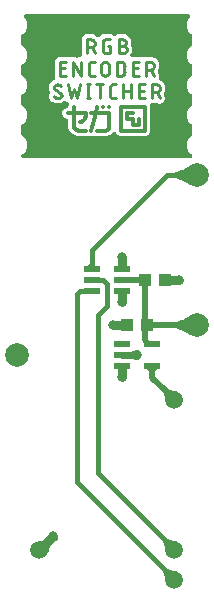
<source format=gbr>
G04 EAGLE Gerber RS-274X export*
G75*
%MOMM*%
%FSLAX34Y34*%
%LPD*%
%INTop Copper*%
%IPPOS*%
%AMOC8*
5,1,8,0,0,1.08239X$1,22.5*%
G01*
%ADD10C,0.254000*%
%ADD11C,1.500000*%
%ADD12R,1.100000X1.000000*%
%ADD13R,1.320800X0.558800*%
%ADD14C,0.508000*%
%ADD15C,0.406400*%
%ADD16C,0.800000*%
%ADD17C,0.800000*%
%ADD18C,0.560000*%
%ADD19C,0.152400*%
%ADD20C,2.000000*%
%ADD21C,0.304800*%

G36*
X147092Y369955D02*
X147092Y369955D01*
X147118Y369953D01*
X147265Y369975D01*
X147412Y369992D01*
X147437Y370000D01*
X147463Y370004D01*
X147601Y370059D01*
X147740Y370109D01*
X147762Y370123D01*
X147787Y370133D01*
X147908Y370218D01*
X148033Y370298D01*
X148051Y370317D01*
X148073Y370332D01*
X148172Y370442D01*
X148275Y370549D01*
X148289Y370571D01*
X148306Y370591D01*
X148378Y370721D01*
X148454Y370848D01*
X148462Y370873D01*
X148475Y370896D01*
X148515Y371039D01*
X148560Y371180D01*
X148562Y371206D01*
X148570Y371231D01*
X148589Y371475D01*
X148589Y372024D01*
X148581Y372100D01*
X148582Y372176D01*
X148561Y372273D01*
X148549Y372370D01*
X148524Y372442D01*
X148507Y372517D01*
X148465Y372606D01*
X148432Y372698D01*
X148390Y372763D01*
X148358Y372832D01*
X148296Y372908D01*
X148243Y372991D01*
X148188Y373044D01*
X148140Y373104D01*
X148063Y373165D01*
X147992Y373233D01*
X147927Y373273D01*
X147867Y373320D01*
X147734Y373388D01*
X147693Y373412D01*
X147675Y373418D01*
X147649Y373431D01*
X147409Y373531D01*
X144931Y376009D01*
X143589Y379247D01*
X143589Y382753D01*
X144931Y385991D01*
X147409Y388469D01*
X147649Y388569D01*
X147716Y388606D01*
X147787Y388634D01*
X147868Y388690D01*
X147954Y388738D01*
X148010Y388789D01*
X148073Y388833D01*
X148139Y388906D01*
X148212Y388972D01*
X148255Y389035D01*
X148306Y389092D01*
X148354Y389178D01*
X148410Y389259D01*
X148438Y389330D01*
X148475Y389397D01*
X148502Y389492D01*
X148538Y389583D01*
X148549Y389659D01*
X148570Y389732D01*
X148582Y389881D01*
X148589Y389928D01*
X148587Y389947D01*
X148589Y389976D01*
X148589Y397424D01*
X148581Y397500D01*
X148582Y397576D01*
X148561Y397673D01*
X148549Y397770D01*
X148524Y397842D01*
X148507Y397917D01*
X148465Y398006D01*
X148432Y398098D01*
X148390Y398163D01*
X148358Y398232D01*
X148296Y398308D01*
X148243Y398391D01*
X148188Y398444D01*
X148140Y398504D01*
X148063Y398565D01*
X147992Y398633D01*
X147927Y398673D01*
X147867Y398720D01*
X147734Y398788D01*
X147693Y398812D01*
X147675Y398818D01*
X147649Y398831D01*
X147409Y398931D01*
X144931Y401409D01*
X143589Y404647D01*
X143589Y408153D01*
X144931Y411391D01*
X147409Y413869D01*
X147649Y413969D01*
X147716Y414006D01*
X147787Y414034D01*
X147868Y414090D01*
X147954Y414138D01*
X148010Y414189D01*
X148073Y414233D01*
X148139Y414306D01*
X148212Y414372D01*
X148255Y414435D01*
X148306Y414492D01*
X148354Y414578D01*
X148410Y414659D01*
X148438Y414730D01*
X148475Y414797D01*
X148502Y414892D01*
X148538Y414983D01*
X148549Y415059D01*
X148570Y415132D01*
X148582Y415281D01*
X148589Y415328D01*
X148587Y415347D01*
X148589Y415376D01*
X148589Y422824D01*
X148581Y422900D01*
X148582Y422976D01*
X148561Y423073D01*
X148549Y423170D01*
X148524Y423242D01*
X148507Y423317D01*
X148465Y423406D01*
X148432Y423498D01*
X148390Y423563D01*
X148358Y423632D01*
X148296Y423708D01*
X148243Y423791D01*
X148188Y423844D01*
X148140Y423904D01*
X148063Y423965D01*
X147992Y424033D01*
X147927Y424073D01*
X147867Y424120D01*
X147734Y424188D01*
X147693Y424212D01*
X147675Y424218D01*
X147649Y424231D01*
X147409Y424331D01*
X144931Y426809D01*
X143589Y430047D01*
X143589Y433553D01*
X144931Y436791D01*
X147409Y439269D01*
X147649Y439369D01*
X147716Y439406D01*
X147787Y439434D01*
X147868Y439490D01*
X147954Y439538D01*
X148010Y439589D01*
X148073Y439633D01*
X148139Y439706D01*
X148212Y439772D01*
X148255Y439835D01*
X148306Y439892D01*
X148354Y439978D01*
X148410Y440059D01*
X148438Y440130D01*
X148475Y440197D01*
X148502Y440292D01*
X148538Y440383D01*
X148549Y440459D01*
X148570Y440532D01*
X148582Y440681D01*
X148589Y440728D01*
X148587Y440747D01*
X148589Y440776D01*
X148589Y448224D01*
X148581Y448300D01*
X148582Y448376D01*
X148561Y448473D01*
X148549Y448570D01*
X148524Y448642D01*
X148507Y448717D01*
X148465Y448806D01*
X148432Y448898D01*
X148390Y448963D01*
X148358Y449032D01*
X148296Y449108D01*
X148243Y449191D01*
X148188Y449244D01*
X148140Y449304D01*
X148063Y449365D01*
X147992Y449433D01*
X147927Y449473D01*
X147867Y449520D01*
X147734Y449588D01*
X147693Y449612D01*
X147675Y449618D01*
X147649Y449631D01*
X147409Y449731D01*
X144931Y452209D01*
X143589Y455447D01*
X143589Y458953D01*
X144931Y462191D01*
X147409Y464669D01*
X147649Y464769D01*
X147716Y464806D01*
X147787Y464834D01*
X147868Y464890D01*
X147954Y464938D01*
X148010Y464989D01*
X148073Y465033D01*
X148139Y465106D01*
X148212Y465172D01*
X148255Y465235D01*
X148306Y465292D01*
X148354Y465378D01*
X148410Y465459D01*
X148438Y465530D01*
X148475Y465597D01*
X148502Y465692D01*
X148538Y465783D01*
X148549Y465859D01*
X148570Y465932D01*
X148582Y466081D01*
X148589Y466128D01*
X148587Y466147D01*
X148589Y466176D01*
X148589Y473624D01*
X148581Y473700D01*
X148582Y473776D01*
X148561Y473873D01*
X148549Y473970D01*
X148524Y474042D01*
X148507Y474117D01*
X148465Y474206D01*
X148432Y474298D01*
X148390Y474363D01*
X148358Y474432D01*
X148296Y474508D01*
X148243Y474591D01*
X148188Y474644D01*
X148140Y474704D01*
X148063Y474765D01*
X147992Y474833D01*
X147927Y474873D01*
X147867Y474920D01*
X147734Y474988D01*
X147693Y475012D01*
X147675Y475018D01*
X147649Y475031D01*
X147409Y475131D01*
X144931Y477609D01*
X143589Y480847D01*
X143589Y484353D01*
X144931Y487591D01*
X146229Y488889D01*
X146291Y488968D01*
X146361Y489040D01*
X146399Y489104D01*
X146445Y489162D01*
X146488Y489253D01*
X146540Y489339D01*
X146562Y489410D01*
X146594Y489477D01*
X146615Y489575D01*
X146646Y489671D01*
X146652Y489745D01*
X146668Y489818D01*
X146666Y489918D01*
X146674Y490018D01*
X146663Y490092D01*
X146662Y490166D01*
X146637Y490263D01*
X146622Y490363D01*
X146595Y490432D01*
X146577Y490504D01*
X146531Y490593D01*
X146494Y490687D01*
X146451Y490748D01*
X146417Y490814D01*
X146352Y490890D01*
X146295Y490973D01*
X146239Y491023D01*
X146191Y491079D01*
X146110Y491139D01*
X146036Y491206D01*
X145971Y491242D01*
X145911Y491287D01*
X145819Y491326D01*
X145731Y491375D01*
X145659Y491395D01*
X145591Y491425D01*
X145492Y491442D01*
X145395Y491470D01*
X145295Y491478D01*
X145248Y491486D01*
X145212Y491484D01*
X145152Y491489D01*
X7248Y491489D01*
X7149Y491478D01*
X7048Y491476D01*
X6976Y491458D01*
X6902Y491449D01*
X6808Y491416D01*
X6710Y491391D01*
X6644Y491357D01*
X6574Y491332D01*
X6490Y491277D01*
X6400Y491231D01*
X6344Y491183D01*
X6281Y491143D01*
X6212Y491071D01*
X6135Y491006D01*
X6091Y490946D01*
X6039Y490892D01*
X5988Y490806D01*
X5928Y490725D01*
X5898Y490657D01*
X5860Y490593D01*
X5830Y490497D01*
X5790Y490405D01*
X5777Y490332D01*
X5754Y490261D01*
X5746Y490161D01*
X5728Y490062D01*
X5732Y489988D01*
X5726Y489914D01*
X5741Y489814D01*
X5746Y489714D01*
X5767Y489643D01*
X5778Y489569D01*
X5815Y489476D01*
X5843Y489379D01*
X5879Y489314D01*
X5906Y489245D01*
X5964Y489163D01*
X6013Y489075D01*
X6078Y488999D01*
X6105Y488959D01*
X6132Y488935D01*
X6171Y488889D01*
X7469Y487591D01*
X8811Y484353D01*
X8811Y480847D01*
X7469Y477609D01*
X4991Y475131D01*
X4751Y475031D01*
X4684Y474994D01*
X4613Y474966D01*
X4532Y474910D01*
X4446Y474862D01*
X4390Y474811D01*
X4327Y474767D01*
X4261Y474694D01*
X4188Y474628D01*
X4145Y474565D01*
X4094Y474508D01*
X4046Y474422D01*
X3990Y474341D01*
X3962Y474270D01*
X3925Y474203D01*
X3898Y474108D01*
X3862Y474017D01*
X3851Y473941D01*
X3830Y473868D01*
X3818Y473719D01*
X3811Y473672D01*
X3813Y473653D01*
X3811Y473624D01*
X3811Y466176D01*
X3819Y466100D01*
X3818Y466024D01*
X3839Y465927D01*
X3851Y465830D01*
X3876Y465758D01*
X3893Y465683D01*
X3935Y465594D01*
X3968Y465502D01*
X4010Y465437D01*
X4042Y465368D01*
X4104Y465292D01*
X4157Y465209D01*
X4212Y465156D01*
X4260Y465096D01*
X4337Y465035D01*
X4408Y464967D01*
X4473Y464927D01*
X4533Y464880D01*
X4666Y464812D01*
X4707Y464788D01*
X4725Y464782D01*
X4751Y464769D01*
X4991Y464669D01*
X7469Y462191D01*
X8811Y458953D01*
X8811Y455447D01*
X7469Y452209D01*
X4991Y449731D01*
X4751Y449631D01*
X4684Y449594D01*
X4613Y449566D01*
X4532Y449510D01*
X4446Y449462D01*
X4390Y449411D01*
X4327Y449367D01*
X4261Y449294D01*
X4188Y449228D01*
X4145Y449165D01*
X4094Y449108D01*
X4046Y449022D01*
X3990Y448941D01*
X3962Y448870D01*
X3925Y448803D01*
X3898Y448708D01*
X3862Y448617D01*
X3851Y448541D01*
X3830Y448468D01*
X3818Y448319D01*
X3811Y448272D01*
X3813Y448253D01*
X3811Y448224D01*
X3811Y440776D01*
X3819Y440700D01*
X3818Y440624D01*
X3839Y440527D01*
X3851Y440430D01*
X3876Y440358D01*
X3893Y440283D01*
X3935Y440194D01*
X3968Y440102D01*
X4010Y440037D01*
X4042Y439968D01*
X4104Y439892D01*
X4157Y439809D01*
X4212Y439756D01*
X4260Y439696D01*
X4337Y439635D01*
X4408Y439567D01*
X4473Y439527D01*
X4533Y439480D01*
X4666Y439412D01*
X4707Y439388D01*
X4725Y439382D01*
X4751Y439369D01*
X4991Y439269D01*
X7469Y436791D01*
X8811Y433553D01*
X8811Y430047D01*
X7469Y426809D01*
X4991Y424331D01*
X4751Y424231D01*
X4684Y424194D01*
X4613Y424166D01*
X4532Y424110D01*
X4446Y424062D01*
X4390Y424011D01*
X4327Y423967D01*
X4261Y423894D01*
X4188Y423828D01*
X4145Y423765D01*
X4094Y423708D01*
X4046Y423622D01*
X3990Y423541D01*
X3962Y423470D01*
X3925Y423403D01*
X3898Y423308D01*
X3862Y423217D01*
X3851Y423141D01*
X3830Y423068D01*
X3818Y422919D01*
X3811Y422872D01*
X3813Y422853D01*
X3811Y422824D01*
X3811Y415376D01*
X3819Y415300D01*
X3818Y415224D01*
X3839Y415127D01*
X3851Y415030D01*
X3876Y414958D01*
X3893Y414883D01*
X3935Y414794D01*
X3968Y414702D01*
X4010Y414637D01*
X4042Y414568D01*
X4104Y414492D01*
X4157Y414409D01*
X4212Y414356D01*
X4260Y414296D01*
X4337Y414235D01*
X4408Y414167D01*
X4473Y414127D01*
X4533Y414080D01*
X4666Y414012D01*
X4707Y413988D01*
X4725Y413982D01*
X4751Y413969D01*
X4991Y413869D01*
X7469Y411391D01*
X8811Y408153D01*
X8811Y404647D01*
X7469Y401409D01*
X4991Y398931D01*
X4751Y398831D01*
X4684Y398794D01*
X4613Y398766D01*
X4532Y398710D01*
X4446Y398662D01*
X4390Y398611D01*
X4327Y398567D01*
X4261Y398494D01*
X4188Y398428D01*
X4145Y398365D01*
X4094Y398308D01*
X4046Y398222D01*
X3990Y398141D01*
X3962Y398070D01*
X3925Y398003D01*
X3898Y397908D01*
X3862Y397817D01*
X3851Y397741D01*
X3830Y397668D01*
X3818Y397519D01*
X3811Y397472D01*
X3813Y397453D01*
X3811Y397424D01*
X3811Y389976D01*
X3819Y389900D01*
X3818Y389824D01*
X3839Y389727D01*
X3851Y389630D01*
X3876Y389558D01*
X3893Y389483D01*
X3935Y389394D01*
X3968Y389302D01*
X4010Y389237D01*
X4042Y389168D01*
X4104Y389092D01*
X4157Y389009D01*
X4212Y388956D01*
X4260Y388896D01*
X4337Y388835D01*
X4408Y388767D01*
X4473Y388727D01*
X4533Y388680D01*
X4666Y388612D01*
X4707Y388588D01*
X4725Y388582D01*
X4751Y388569D01*
X4991Y388469D01*
X7469Y385991D01*
X8811Y382753D01*
X8811Y379247D01*
X7469Y376009D01*
X4991Y373531D01*
X4751Y373431D01*
X4684Y373394D01*
X4613Y373366D01*
X4532Y373310D01*
X4446Y373262D01*
X4390Y373211D01*
X4327Y373167D01*
X4261Y373094D01*
X4188Y373028D01*
X4145Y372965D01*
X4094Y372908D01*
X4046Y372822D01*
X3990Y372741D01*
X3962Y372670D01*
X3925Y372603D01*
X3898Y372508D01*
X3862Y372417D01*
X3851Y372341D01*
X3830Y372268D01*
X3818Y372119D01*
X3811Y372072D01*
X3813Y372053D01*
X3811Y372024D01*
X3811Y371475D01*
X3814Y371449D01*
X3812Y371423D01*
X3834Y371276D01*
X3851Y371129D01*
X3859Y371104D01*
X3863Y371078D01*
X3918Y370940D01*
X3968Y370801D01*
X3982Y370779D01*
X3992Y370754D01*
X4077Y370633D01*
X4157Y370508D01*
X4176Y370490D01*
X4191Y370468D01*
X4301Y370369D01*
X4408Y370266D01*
X4430Y370252D01*
X4450Y370235D01*
X4580Y370163D01*
X4707Y370087D01*
X4732Y370079D01*
X4755Y370066D01*
X4898Y370026D01*
X5039Y369981D01*
X5065Y369979D01*
X5090Y369971D01*
X5334Y369952D01*
X147066Y369952D01*
X147092Y369955D01*
G37*
%LPC*%
G36*
X60875Y388655D02*
X60875Y388655D01*
X60861Y388657D01*
X60848Y388662D01*
X60688Y388680D01*
X60529Y388701D01*
X60516Y388699D01*
X60502Y388701D01*
X60342Y388682D01*
X60183Y388666D01*
X60169Y388662D01*
X60155Y388660D01*
X59923Y388585D01*
X59060Y388227D01*
X50585Y388227D01*
X46142Y390792D01*
X43577Y395235D01*
X43577Y401704D01*
X43574Y401730D01*
X43576Y401756D01*
X43554Y401903D01*
X43537Y402050D01*
X43529Y402075D01*
X43525Y402101D01*
X43470Y402239D01*
X43420Y402378D01*
X43406Y402400D01*
X43396Y402425D01*
X43311Y402546D01*
X43231Y402671D01*
X43212Y402689D01*
X43197Y402711D01*
X43087Y402810D01*
X42980Y402913D01*
X42958Y402927D01*
X42938Y402944D01*
X42808Y403016D01*
X42681Y403092D01*
X42656Y403100D01*
X42633Y403113D01*
X42490Y403153D01*
X42349Y403198D01*
X42323Y403200D01*
X42298Y403208D01*
X42285Y403209D01*
X40560Y403923D01*
X39273Y405210D01*
X38577Y406890D01*
X38577Y408710D01*
X39273Y410390D01*
X40560Y411677D01*
X42312Y412402D01*
X42400Y412413D01*
X42425Y412421D01*
X42451Y412425D01*
X42589Y412480D01*
X42728Y412530D01*
X42750Y412544D01*
X42775Y412554D01*
X42896Y412639D01*
X43021Y412719D01*
X43039Y412738D01*
X43061Y412753D01*
X43160Y412863D01*
X43263Y412970D01*
X43277Y412992D01*
X43294Y413012D01*
X43366Y413141D01*
X43442Y413269D01*
X43450Y413294D01*
X43463Y413317D01*
X43503Y413460D01*
X43548Y413601D01*
X43550Y413627D01*
X43558Y413652D01*
X43559Y413665D01*
X44014Y414765D01*
X44036Y414842D01*
X44068Y414916D01*
X44084Y415009D01*
X44110Y415100D01*
X44114Y415180D01*
X44128Y415259D01*
X44122Y415353D01*
X44127Y415448D01*
X44113Y415527D01*
X44108Y415607D01*
X44081Y415698D01*
X44064Y415791D01*
X44032Y415864D01*
X44010Y415941D01*
X43963Y416024D01*
X43925Y416110D01*
X43878Y416175D01*
X43838Y416245D01*
X43774Y416314D01*
X43718Y416390D01*
X43656Y416442D01*
X43602Y416501D01*
X43524Y416554D01*
X43452Y416615D01*
X43380Y416652D01*
X43314Y416697D01*
X43185Y416752D01*
X43141Y416774D01*
X43120Y416779D01*
X43089Y416793D01*
X42951Y416839D01*
X42874Y416991D01*
X42812Y417087D01*
X42757Y417188D01*
X42717Y417233D01*
X42684Y417283D01*
X42601Y417362D01*
X42525Y417448D01*
X42463Y417495D01*
X42432Y417524D01*
X42395Y417546D01*
X42330Y417595D01*
X41860Y417894D01*
X41852Y417898D01*
X41844Y417904D01*
X41695Y417974D01*
X41547Y418046D01*
X41538Y418048D01*
X41529Y418052D01*
X41367Y418087D01*
X41207Y418123D01*
X41197Y418123D01*
X41188Y418125D01*
X41023Y418122D01*
X40858Y418121D01*
X40849Y418119D01*
X40840Y418119D01*
X40680Y418078D01*
X40519Y418040D01*
X40511Y418035D01*
X40502Y418033D01*
X40281Y417928D01*
X37052Y416064D01*
X37035Y416051D01*
X33217Y416051D01*
X29597Y417560D01*
X28216Y418952D01*
X26957Y420222D01*
X26971Y423800D01*
X27734Y424556D01*
X27735Y424557D01*
X27736Y424557D01*
X27839Y424687D01*
X27952Y424828D01*
X27952Y424829D01*
X27953Y424830D01*
X28025Y424982D01*
X28102Y425142D01*
X28102Y425144D01*
X28103Y425145D01*
X28141Y425321D01*
X28177Y425483D01*
X28177Y425484D01*
X28177Y425485D01*
X28175Y425658D01*
X28172Y425831D01*
X28172Y425832D01*
X28172Y425834D01*
X28130Y426004D01*
X28089Y426170D01*
X28088Y426171D01*
X28088Y426172D01*
X27984Y426393D01*
X27312Y427569D01*
X27288Y427601D01*
X27288Y431314D01*
X27301Y431333D01*
X29141Y434520D01*
X31343Y435791D01*
X31465Y435881D01*
X31589Y435967D01*
X31604Y435985D01*
X31623Y435999D01*
X31721Y436114D01*
X31822Y436226D01*
X31833Y436247D01*
X31849Y436265D01*
X31917Y436399D01*
X31991Y436531D01*
X31997Y436554D01*
X32008Y436575D01*
X32044Y436721D01*
X32085Y436866D01*
X32088Y436895D01*
X32092Y436913D01*
X32093Y436960D01*
X32105Y437110D01*
X32105Y452893D01*
X34635Y455423D01*
X43405Y455423D01*
X43470Y455358D01*
X43490Y455342D01*
X43508Y455322D01*
X43627Y455234D01*
X43743Y455142D01*
X43767Y455130D01*
X43788Y455115D01*
X43924Y455056D01*
X44058Y454993D01*
X44084Y454987D01*
X44108Y454977D01*
X44254Y454950D01*
X44399Y454919D01*
X44425Y454920D01*
X44451Y454915D01*
X44599Y454923D01*
X44747Y454925D01*
X44773Y454932D01*
X44799Y454933D01*
X44941Y454974D01*
X45085Y455010D01*
X45109Y455022D01*
X45134Y455030D01*
X45263Y455102D01*
X45395Y455170D01*
X45415Y455187D01*
X45438Y455200D01*
X45624Y455358D01*
X45689Y455423D01*
X45964Y455423D01*
X46053Y455433D01*
X46142Y455433D01*
X46225Y455453D01*
X46310Y455463D01*
X46394Y455493D01*
X46481Y455513D01*
X46591Y455563D01*
X46638Y455580D01*
X46662Y455595D01*
X46704Y455614D01*
X46944Y455748D01*
X47877Y455481D01*
X47966Y455467D01*
X48052Y455442D01*
X48172Y455433D01*
X48221Y455425D01*
X48250Y455426D01*
X48296Y455423D01*
X49266Y455423D01*
X49461Y455228D01*
X49531Y455173D01*
X49594Y455110D01*
X49667Y455065D01*
X49734Y455012D01*
X49815Y454974D01*
X49890Y454927D01*
X50004Y454884D01*
X50049Y454863D01*
X50077Y454857D01*
X50119Y454841D01*
X50407Y454758D01*
X50568Y454732D01*
X50730Y454703D01*
X50741Y454703D01*
X50751Y454702D01*
X50914Y454712D01*
X51078Y454721D01*
X51088Y454724D01*
X51099Y454724D01*
X51256Y454772D01*
X51413Y454817D01*
X51422Y454823D01*
X51432Y454826D01*
X51574Y454908D01*
X51717Y454987D01*
X51727Y454996D01*
X51734Y455000D01*
X51758Y455022D01*
X51903Y455146D01*
X52180Y455423D01*
X53584Y455423D01*
X53610Y455426D01*
X53636Y455424D01*
X53783Y455446D01*
X53930Y455463D01*
X53955Y455471D01*
X53981Y455475D01*
X54119Y455530D01*
X54258Y455580D01*
X54281Y455594D01*
X54305Y455604D01*
X54426Y455689D01*
X54551Y455769D01*
X54570Y455788D01*
X54591Y455803D01*
X54690Y455913D01*
X54793Y456020D01*
X54807Y456042D01*
X54825Y456062D01*
X54896Y456192D01*
X54972Y456319D01*
X54980Y456344D01*
X54993Y456367D01*
X55033Y456510D01*
X55079Y456651D01*
X55081Y456677D01*
X55088Y456702D01*
X55107Y456946D01*
X55107Y471943D01*
X57637Y474473D01*
X64699Y474473D01*
X68220Y472440D01*
X68358Y472380D01*
X68495Y472315D01*
X68518Y472310D01*
X68540Y472301D01*
X68688Y472274D01*
X68836Y472242D01*
X68860Y472243D01*
X68883Y472239D01*
X69033Y472246D01*
X69185Y472249D01*
X69207Y472255D01*
X69231Y472256D01*
X69376Y472298D01*
X69522Y472335D01*
X69548Y472347D01*
X69566Y472352D01*
X69607Y472375D01*
X69743Y472440D01*
X73243Y474460D01*
X73260Y474473D01*
X75362Y474473D01*
X77537Y474473D01*
X80801Y474473D01*
X81670Y473603D01*
X81691Y473587D01*
X81708Y473567D01*
X81828Y473479D01*
X81943Y473387D01*
X81967Y473376D01*
X81988Y473360D01*
X82124Y473301D01*
X82259Y473238D01*
X82284Y473232D01*
X82308Y473222D01*
X82454Y473196D01*
X82599Y473165D01*
X82625Y473165D01*
X82651Y473160D01*
X82800Y473168D01*
X82948Y473171D01*
X82973Y473177D01*
X82999Y473178D01*
X83142Y473219D01*
X83286Y473256D01*
X83309Y473268D01*
X83334Y473275D01*
X83464Y473347D01*
X83596Y473415D01*
X83616Y473432D01*
X83638Y473445D01*
X83825Y473603D01*
X84694Y474473D01*
X91585Y474473D01*
X91603Y474460D01*
X94791Y472620D01*
X96643Y469410D01*
X96643Y465404D01*
X96641Y465389D01*
X96643Y465329D01*
X96643Y465296D01*
X96646Y465274D01*
X96648Y465236D01*
X96651Y465083D01*
X96656Y465062D01*
X96657Y465041D01*
X96699Y464893D01*
X96736Y464745D01*
X96747Y464722D01*
X96752Y464705D01*
X96774Y464665D01*
X96841Y464524D01*
X97293Y463742D01*
X97293Y459689D01*
X96149Y457708D01*
X96119Y457638D01*
X96080Y457573D01*
X96050Y457479D01*
X96010Y457388D01*
X95997Y457313D01*
X95974Y457241D01*
X95966Y457142D01*
X95948Y457045D01*
X95952Y456969D01*
X95946Y456894D01*
X95960Y456796D01*
X95965Y456697D01*
X95986Y456624D01*
X95997Y456549D01*
X96034Y456457D01*
X96061Y456362D01*
X96098Y456296D01*
X96126Y456225D01*
X96183Y456144D01*
X96231Y456057D01*
X96282Y456001D01*
X96325Y455939D01*
X96398Y455873D01*
X96465Y455799D01*
X96528Y455756D01*
X96584Y455706D01*
X96670Y455658D01*
X96752Y455601D01*
X96822Y455574D01*
X96889Y455537D01*
X96984Y455510D01*
X97076Y455474D01*
X97151Y455463D01*
X97224Y455442D01*
X97375Y455430D01*
X97421Y455423D01*
X97440Y455425D01*
X97468Y455423D01*
X105280Y455423D01*
X105411Y455292D01*
X105431Y455275D01*
X105449Y455255D01*
X105568Y455167D01*
X105684Y455075D01*
X105708Y455064D01*
X105729Y455048D01*
X105865Y454990D01*
X105999Y454926D01*
X106025Y454921D01*
X106049Y454910D01*
X106195Y454884D01*
X106340Y454853D01*
X106366Y454853D01*
X106392Y454848D01*
X106540Y454856D01*
X106688Y454859D01*
X106714Y454865D01*
X106740Y454866D01*
X106883Y454908D01*
X107026Y454944D01*
X107050Y454956D01*
X107075Y454963D01*
X107204Y455035D01*
X107336Y455103D01*
X107356Y455120D01*
X107379Y455133D01*
X107565Y455292D01*
X107696Y455423D01*
X114758Y455423D01*
X118268Y453396D01*
X120295Y449885D01*
X120295Y445832D01*
X119260Y444039D01*
X119218Y443942D01*
X119167Y443849D01*
X119149Y443783D01*
X119121Y443719D01*
X119103Y443615D01*
X119074Y443513D01*
X119071Y443444D01*
X119059Y443376D01*
X119064Y443271D01*
X119060Y443165D01*
X119073Y443097D01*
X119076Y443028D01*
X119106Y442927D01*
X119125Y442823D01*
X119160Y442738D01*
X119172Y442693D01*
X119191Y442659D01*
X119217Y442596D01*
X120639Y439751D01*
X119968Y437739D01*
X119959Y437693D01*
X119941Y437649D01*
X119923Y437523D01*
X119897Y437398D01*
X119898Y437351D01*
X119891Y437304D01*
X119901Y437177D01*
X119904Y437049D01*
X119916Y437004D01*
X119920Y436957D01*
X119959Y436835D01*
X119991Y436712D01*
X120013Y436670D01*
X120027Y436625D01*
X120093Y436516D01*
X120152Y436403D01*
X120183Y436367D01*
X120207Y436327D01*
X120296Y436235D01*
X120379Y436139D01*
X120417Y436111D01*
X120450Y436077D01*
X120652Y435938D01*
X123409Y434346D01*
X125436Y430835D01*
X125436Y426782D01*
X124401Y424989D01*
X124359Y424892D01*
X124309Y424799D01*
X124290Y424733D01*
X124263Y424669D01*
X124244Y424565D01*
X124215Y424463D01*
X124213Y424394D01*
X124200Y424326D01*
X124205Y424221D01*
X124201Y424115D01*
X124214Y424047D01*
X124218Y423978D01*
X124247Y423877D01*
X124266Y423773D01*
X124301Y423688D01*
X124313Y423643D01*
X124332Y423609D01*
X124358Y423546D01*
X125780Y420701D01*
X124649Y417307D01*
X121449Y415707D01*
X118309Y416754D01*
X118287Y416759D01*
X118266Y416767D01*
X118116Y416794D01*
X117968Y416826D01*
X117945Y416825D01*
X117923Y416829D01*
X117771Y416821D01*
X117619Y416818D01*
X117597Y416812D01*
X117575Y416811D01*
X117429Y416769D01*
X117282Y416731D01*
X117262Y416721D01*
X117240Y416715D01*
X117107Y416640D01*
X116973Y416570D01*
X116956Y416555D01*
X116936Y416544D01*
X116750Y416386D01*
X116415Y416051D01*
X114032Y416051D01*
X113883Y416034D01*
X113733Y416022D01*
X113710Y416014D01*
X113686Y416011D01*
X113545Y415961D01*
X113402Y415914D01*
X113381Y415902D01*
X113358Y415894D01*
X113232Y415812D01*
X113103Y415735D01*
X113086Y415718D01*
X113065Y415705D01*
X112961Y415597D01*
X112853Y415492D01*
X112840Y415472D01*
X112823Y415454D01*
X112746Y415325D01*
X112665Y415199D01*
X112657Y415176D01*
X112644Y415155D01*
X112599Y415012D01*
X112548Y414870D01*
X112545Y414846D01*
X112538Y414823D01*
X112526Y414674D01*
X112509Y414524D01*
X112512Y414500D01*
X112510Y414476D01*
X112532Y414327D01*
X112550Y414178D01*
X112559Y414150D01*
X112562Y414131D01*
X112579Y414087D01*
X112625Y413945D01*
X112723Y413710D01*
X112723Y391890D01*
X112027Y390210D01*
X110740Y388923D01*
X109060Y388227D01*
X87240Y388227D01*
X85560Y388923D01*
X84273Y390210D01*
X83816Y391313D01*
X83816Y391314D01*
X83736Y391458D01*
X83647Y391618D01*
X83646Y391619D01*
X83528Y391749D01*
X83413Y391876D01*
X83412Y391876D01*
X83412Y391877D01*
X83269Y391975D01*
X83126Y392074D01*
X83125Y392075D01*
X82962Y392139D01*
X82802Y392202D01*
X82801Y392202D01*
X82637Y392226D01*
X82457Y392253D01*
X82456Y392253D01*
X82298Y392239D01*
X82110Y392224D01*
X82109Y392224D01*
X81944Y392170D01*
X81778Y392117D01*
X81778Y392116D01*
X81777Y392116D01*
X81634Y392030D01*
X81480Y391937D01*
X81479Y391937D01*
X81479Y391936D01*
X81369Y391830D01*
X81230Y391694D01*
X81229Y391694D01*
X81229Y391693D01*
X81090Y391492D01*
X80493Y390457D01*
X76630Y388227D01*
X67240Y388227D01*
X66279Y388626D01*
X66217Y388643D01*
X66158Y388670D01*
X66050Y388691D01*
X65944Y388721D01*
X65879Y388724D01*
X65816Y388737D01*
X65706Y388733D01*
X65595Y388738D01*
X65532Y388727D01*
X65467Y388724D01*
X65361Y388696D01*
X65253Y388676D01*
X65193Y388650D01*
X65131Y388633D01*
X64965Y388551D01*
X64933Y388537D01*
X64925Y388531D01*
X64912Y388525D01*
X64723Y388411D01*
X62923Y388143D01*
X60875Y388655D01*
G37*
%LPD*%
D10*
X59426Y458470D02*
X59426Y470154D01*
X62672Y470154D01*
X62785Y470152D01*
X62898Y470146D01*
X63011Y470136D01*
X63124Y470122D01*
X63236Y470105D01*
X63347Y470083D01*
X63457Y470058D01*
X63567Y470028D01*
X63675Y469995D01*
X63782Y469958D01*
X63888Y469918D01*
X63992Y469873D01*
X64095Y469825D01*
X64196Y469774D01*
X64295Y469719D01*
X64392Y469661D01*
X64487Y469599D01*
X64580Y469534D01*
X64670Y469466D01*
X64758Y469395D01*
X64844Y469320D01*
X64927Y469243D01*
X65007Y469163D01*
X65084Y469080D01*
X65159Y468994D01*
X65230Y468906D01*
X65298Y468816D01*
X65363Y468723D01*
X65425Y468628D01*
X65483Y468531D01*
X65538Y468432D01*
X65589Y468331D01*
X65637Y468228D01*
X65682Y468124D01*
X65722Y468018D01*
X65759Y467911D01*
X65792Y467803D01*
X65822Y467693D01*
X65847Y467583D01*
X65869Y467472D01*
X65886Y467360D01*
X65900Y467247D01*
X65910Y467134D01*
X65916Y467021D01*
X65918Y466908D01*
X65916Y466795D01*
X65910Y466682D01*
X65900Y466569D01*
X65886Y466456D01*
X65869Y466344D01*
X65847Y466233D01*
X65822Y466123D01*
X65792Y466013D01*
X65759Y465905D01*
X65722Y465798D01*
X65682Y465692D01*
X65637Y465588D01*
X65589Y465485D01*
X65538Y465384D01*
X65483Y465285D01*
X65425Y465188D01*
X65363Y465093D01*
X65298Y465000D01*
X65230Y464910D01*
X65159Y464822D01*
X65084Y464736D01*
X65007Y464653D01*
X64927Y464573D01*
X64844Y464496D01*
X64758Y464421D01*
X64670Y464350D01*
X64580Y464282D01*
X64487Y464217D01*
X64392Y464155D01*
X64295Y464097D01*
X64196Y464042D01*
X64095Y463991D01*
X63992Y463943D01*
X63888Y463898D01*
X63782Y463858D01*
X63675Y463821D01*
X63567Y463788D01*
X63457Y463758D01*
X63347Y463733D01*
X63236Y463711D01*
X63124Y463694D01*
X63011Y463680D01*
X62898Y463670D01*
X62785Y463664D01*
X62672Y463662D01*
X62672Y463663D02*
X59426Y463663D01*
X63321Y463663D02*
X65917Y458470D01*
X77065Y464961D02*
X79012Y464961D01*
X79012Y458470D01*
X75118Y458470D01*
X75019Y458472D01*
X74919Y458478D01*
X74820Y458487D01*
X74722Y458500D01*
X74624Y458517D01*
X74526Y458538D01*
X74430Y458563D01*
X74335Y458591D01*
X74241Y458623D01*
X74148Y458658D01*
X74056Y458697D01*
X73966Y458740D01*
X73878Y458785D01*
X73791Y458835D01*
X73707Y458887D01*
X73624Y458943D01*
X73544Y459001D01*
X73466Y459063D01*
X73391Y459128D01*
X73318Y459196D01*
X73248Y459266D01*
X73180Y459339D01*
X73115Y459414D01*
X73053Y459492D01*
X72995Y459572D01*
X72939Y459655D01*
X72887Y459739D01*
X72837Y459826D01*
X72792Y459914D01*
X72749Y460004D01*
X72710Y460096D01*
X72675Y460189D01*
X72643Y460283D01*
X72615Y460378D01*
X72590Y460474D01*
X72569Y460572D01*
X72552Y460670D01*
X72539Y460768D01*
X72530Y460867D01*
X72524Y460967D01*
X72522Y461066D01*
X72521Y461066D02*
X72521Y467558D01*
X72522Y467558D02*
X72524Y467657D01*
X72530Y467757D01*
X72539Y467856D01*
X72552Y467954D01*
X72569Y468052D01*
X72590Y468150D01*
X72615Y468246D01*
X72643Y468341D01*
X72675Y468435D01*
X72710Y468528D01*
X72749Y468620D01*
X72792Y468710D01*
X72837Y468798D01*
X72887Y468885D01*
X72939Y468969D01*
X72995Y469052D01*
X73053Y469132D01*
X73115Y469210D01*
X73180Y469285D01*
X73248Y469358D01*
X73318Y469428D01*
X73391Y469496D01*
X73466Y469561D01*
X73544Y469623D01*
X73624Y469681D01*
X73707Y469737D01*
X73791Y469789D01*
X73878Y469839D01*
X73966Y469884D01*
X74056Y469927D01*
X74148Y469966D01*
X74240Y470001D01*
X74335Y470033D01*
X74430Y470061D01*
X74526Y470086D01*
X74624Y470107D01*
X74722Y470124D01*
X74820Y470137D01*
X74919Y470146D01*
X75019Y470152D01*
X75118Y470154D01*
X79012Y470154D01*
X86483Y464961D02*
X89728Y464961D01*
X89728Y464962D02*
X89841Y464960D01*
X89954Y464954D01*
X90067Y464944D01*
X90180Y464930D01*
X90292Y464913D01*
X90403Y464891D01*
X90513Y464866D01*
X90623Y464836D01*
X90731Y464803D01*
X90838Y464766D01*
X90944Y464726D01*
X91048Y464681D01*
X91151Y464633D01*
X91252Y464582D01*
X91351Y464527D01*
X91448Y464469D01*
X91543Y464407D01*
X91636Y464342D01*
X91726Y464274D01*
X91814Y464203D01*
X91900Y464128D01*
X91983Y464051D01*
X92063Y463971D01*
X92140Y463888D01*
X92215Y463802D01*
X92286Y463714D01*
X92354Y463624D01*
X92419Y463531D01*
X92481Y463436D01*
X92539Y463339D01*
X92594Y463240D01*
X92645Y463139D01*
X92693Y463036D01*
X92738Y462932D01*
X92778Y462826D01*
X92815Y462719D01*
X92848Y462611D01*
X92878Y462501D01*
X92903Y462391D01*
X92925Y462280D01*
X92942Y462168D01*
X92956Y462055D01*
X92966Y461942D01*
X92972Y461829D01*
X92974Y461716D01*
X92972Y461603D01*
X92966Y461490D01*
X92956Y461377D01*
X92942Y461264D01*
X92925Y461152D01*
X92903Y461041D01*
X92878Y460931D01*
X92848Y460821D01*
X92815Y460713D01*
X92778Y460606D01*
X92738Y460500D01*
X92693Y460396D01*
X92645Y460293D01*
X92594Y460192D01*
X92539Y460093D01*
X92481Y459996D01*
X92419Y459901D01*
X92354Y459808D01*
X92286Y459718D01*
X92215Y459630D01*
X92140Y459544D01*
X92063Y459461D01*
X91983Y459381D01*
X91900Y459304D01*
X91814Y459229D01*
X91726Y459158D01*
X91636Y459090D01*
X91543Y459025D01*
X91448Y458963D01*
X91351Y458905D01*
X91252Y458850D01*
X91151Y458799D01*
X91048Y458751D01*
X90944Y458706D01*
X90838Y458666D01*
X90731Y458629D01*
X90623Y458596D01*
X90513Y458566D01*
X90403Y458541D01*
X90292Y458519D01*
X90180Y458502D01*
X90067Y458488D01*
X89954Y458478D01*
X89841Y458472D01*
X89728Y458470D01*
X86483Y458470D01*
X86483Y470154D01*
X89728Y470154D01*
X89829Y470152D01*
X89929Y470146D01*
X90029Y470136D01*
X90129Y470123D01*
X90228Y470105D01*
X90327Y470084D01*
X90424Y470059D01*
X90521Y470030D01*
X90616Y469997D01*
X90710Y469961D01*
X90802Y469921D01*
X90893Y469878D01*
X90982Y469831D01*
X91069Y469781D01*
X91155Y469727D01*
X91238Y469670D01*
X91318Y469610D01*
X91397Y469547D01*
X91473Y469480D01*
X91546Y469411D01*
X91616Y469339D01*
X91684Y469265D01*
X91749Y469188D01*
X91810Y469108D01*
X91869Y469026D01*
X91924Y468942D01*
X91976Y468856D01*
X92025Y468768D01*
X92070Y468678D01*
X92112Y468586D01*
X92150Y468493D01*
X92184Y468398D01*
X92215Y468303D01*
X92242Y468206D01*
X92265Y468108D01*
X92285Y468009D01*
X92300Y467909D01*
X92312Y467809D01*
X92320Y467709D01*
X92324Y467608D01*
X92324Y467508D01*
X92320Y467407D01*
X92312Y467307D01*
X92300Y467207D01*
X92285Y467107D01*
X92265Y467008D01*
X92242Y466910D01*
X92215Y466813D01*
X92184Y466718D01*
X92150Y466623D01*
X92112Y466530D01*
X92070Y466438D01*
X92025Y466348D01*
X91976Y466260D01*
X91924Y466174D01*
X91869Y466090D01*
X91810Y466008D01*
X91749Y465928D01*
X91684Y465851D01*
X91616Y465777D01*
X91546Y465705D01*
X91473Y465636D01*
X91397Y465569D01*
X91318Y465506D01*
X91238Y465446D01*
X91155Y465389D01*
X91069Y465335D01*
X90982Y465285D01*
X90893Y465238D01*
X90802Y465195D01*
X90710Y465155D01*
X90616Y465119D01*
X90521Y465086D01*
X90424Y465057D01*
X90327Y465032D01*
X90228Y465011D01*
X90129Y464993D01*
X90029Y464980D01*
X89929Y464970D01*
X89829Y464964D01*
X89728Y464962D01*
X41617Y439420D02*
X36424Y439420D01*
X36424Y451104D01*
X41617Y451104D01*
X40318Y445911D02*
X36424Y445911D01*
X47478Y451104D02*
X47478Y439420D01*
X53969Y439420D02*
X47478Y451104D01*
X53969Y451104D02*
X53969Y439420D01*
X63242Y439420D02*
X65839Y439420D01*
X63242Y439420D02*
X63143Y439422D01*
X63043Y439428D01*
X62944Y439437D01*
X62846Y439450D01*
X62748Y439467D01*
X62650Y439488D01*
X62554Y439513D01*
X62459Y439541D01*
X62365Y439573D01*
X62272Y439608D01*
X62180Y439647D01*
X62090Y439690D01*
X62002Y439735D01*
X61915Y439785D01*
X61831Y439837D01*
X61748Y439893D01*
X61668Y439951D01*
X61590Y440013D01*
X61515Y440078D01*
X61442Y440146D01*
X61372Y440216D01*
X61304Y440289D01*
X61239Y440364D01*
X61177Y440442D01*
X61119Y440522D01*
X61063Y440605D01*
X61011Y440689D01*
X60961Y440776D01*
X60916Y440864D01*
X60873Y440954D01*
X60834Y441046D01*
X60799Y441139D01*
X60767Y441233D01*
X60739Y441328D01*
X60714Y441424D01*
X60693Y441522D01*
X60676Y441620D01*
X60663Y441718D01*
X60654Y441817D01*
X60648Y441917D01*
X60646Y442016D01*
X60646Y448508D01*
X60648Y448607D01*
X60654Y448707D01*
X60663Y448806D01*
X60676Y448904D01*
X60693Y449002D01*
X60714Y449100D01*
X60739Y449196D01*
X60767Y449291D01*
X60799Y449385D01*
X60834Y449478D01*
X60873Y449570D01*
X60916Y449660D01*
X60961Y449748D01*
X61011Y449835D01*
X61063Y449919D01*
X61119Y450002D01*
X61177Y450082D01*
X61239Y450160D01*
X61304Y450235D01*
X61372Y450308D01*
X61442Y450378D01*
X61515Y450446D01*
X61590Y450511D01*
X61668Y450573D01*
X61748Y450631D01*
X61831Y450687D01*
X61915Y450739D01*
X62002Y450789D01*
X62090Y450834D01*
X62180Y450877D01*
X62272Y450916D01*
X62364Y450951D01*
X62459Y450983D01*
X62554Y451011D01*
X62650Y451036D01*
X62748Y451057D01*
X62846Y451074D01*
X62944Y451087D01*
X63043Y451096D01*
X63143Y451102D01*
X63242Y451104D01*
X65839Y451104D01*
X71374Y447858D02*
X71374Y442666D01*
X71373Y447858D02*
X71375Y447971D01*
X71381Y448084D01*
X71391Y448197D01*
X71405Y448310D01*
X71422Y448422D01*
X71444Y448533D01*
X71469Y448643D01*
X71499Y448753D01*
X71532Y448861D01*
X71569Y448968D01*
X71609Y449074D01*
X71654Y449178D01*
X71702Y449281D01*
X71753Y449382D01*
X71808Y449481D01*
X71866Y449578D01*
X71928Y449673D01*
X71993Y449766D01*
X72061Y449856D01*
X72132Y449944D01*
X72207Y450030D01*
X72284Y450113D01*
X72364Y450193D01*
X72447Y450270D01*
X72533Y450345D01*
X72621Y450416D01*
X72711Y450484D01*
X72804Y450549D01*
X72899Y450611D01*
X72996Y450669D01*
X73095Y450724D01*
X73196Y450775D01*
X73299Y450823D01*
X73403Y450868D01*
X73509Y450908D01*
X73616Y450945D01*
X73724Y450978D01*
X73834Y451008D01*
X73944Y451033D01*
X74055Y451055D01*
X74167Y451072D01*
X74280Y451086D01*
X74393Y451096D01*
X74506Y451102D01*
X74619Y451104D01*
X74732Y451102D01*
X74845Y451096D01*
X74958Y451086D01*
X75071Y451072D01*
X75183Y451055D01*
X75294Y451033D01*
X75404Y451008D01*
X75514Y450978D01*
X75622Y450945D01*
X75729Y450908D01*
X75835Y450868D01*
X75939Y450823D01*
X76042Y450775D01*
X76143Y450724D01*
X76242Y450669D01*
X76339Y450611D01*
X76434Y450549D01*
X76527Y450484D01*
X76617Y450416D01*
X76705Y450345D01*
X76791Y450270D01*
X76874Y450193D01*
X76954Y450113D01*
X77031Y450030D01*
X77106Y449944D01*
X77177Y449856D01*
X77245Y449766D01*
X77310Y449673D01*
X77372Y449578D01*
X77430Y449481D01*
X77485Y449382D01*
X77536Y449281D01*
X77584Y449178D01*
X77629Y449074D01*
X77669Y448968D01*
X77706Y448861D01*
X77739Y448753D01*
X77769Y448643D01*
X77794Y448533D01*
X77816Y448422D01*
X77833Y448310D01*
X77847Y448197D01*
X77857Y448084D01*
X77863Y447971D01*
X77865Y447858D01*
X77865Y442666D01*
X77863Y442553D01*
X77857Y442440D01*
X77847Y442327D01*
X77833Y442214D01*
X77816Y442102D01*
X77794Y441991D01*
X77769Y441881D01*
X77739Y441771D01*
X77706Y441663D01*
X77669Y441556D01*
X77629Y441450D01*
X77584Y441346D01*
X77536Y441243D01*
X77485Y441142D01*
X77430Y441043D01*
X77372Y440946D01*
X77310Y440851D01*
X77245Y440758D01*
X77177Y440668D01*
X77106Y440580D01*
X77031Y440494D01*
X76954Y440411D01*
X76874Y440331D01*
X76791Y440254D01*
X76705Y440179D01*
X76617Y440108D01*
X76527Y440040D01*
X76434Y439975D01*
X76339Y439913D01*
X76242Y439855D01*
X76143Y439800D01*
X76042Y439749D01*
X75939Y439701D01*
X75835Y439656D01*
X75729Y439616D01*
X75622Y439579D01*
X75514Y439546D01*
X75404Y439516D01*
X75294Y439491D01*
X75183Y439469D01*
X75071Y439452D01*
X74958Y439438D01*
X74845Y439428D01*
X74732Y439422D01*
X74619Y439420D01*
X74506Y439422D01*
X74393Y439428D01*
X74280Y439438D01*
X74167Y439452D01*
X74055Y439469D01*
X73944Y439491D01*
X73834Y439516D01*
X73724Y439546D01*
X73616Y439579D01*
X73509Y439616D01*
X73403Y439656D01*
X73299Y439701D01*
X73196Y439749D01*
X73095Y439800D01*
X72996Y439855D01*
X72899Y439913D01*
X72804Y439975D01*
X72711Y440040D01*
X72621Y440108D01*
X72533Y440179D01*
X72447Y440254D01*
X72364Y440331D01*
X72284Y440411D01*
X72207Y440494D01*
X72132Y440580D01*
X72061Y440668D01*
X71993Y440758D01*
X71928Y440851D01*
X71866Y440946D01*
X71808Y441043D01*
X71753Y441142D01*
X71702Y441243D01*
X71654Y441346D01*
X71609Y441450D01*
X71569Y441556D01*
X71532Y441663D01*
X71499Y441771D01*
X71469Y441881D01*
X71444Y441991D01*
X71422Y442102D01*
X71405Y442214D01*
X71391Y442327D01*
X71381Y442440D01*
X71375Y442553D01*
X71373Y442666D01*
X84602Y439420D02*
X84602Y451104D01*
X87848Y451104D01*
X87961Y451102D01*
X88074Y451096D01*
X88187Y451086D01*
X88300Y451072D01*
X88412Y451055D01*
X88523Y451033D01*
X88633Y451008D01*
X88743Y450978D01*
X88851Y450945D01*
X88958Y450908D01*
X89064Y450868D01*
X89168Y450823D01*
X89271Y450775D01*
X89372Y450724D01*
X89471Y450669D01*
X89568Y450611D01*
X89663Y450549D01*
X89756Y450484D01*
X89846Y450416D01*
X89934Y450345D01*
X90020Y450270D01*
X90103Y450193D01*
X90183Y450113D01*
X90260Y450030D01*
X90335Y449944D01*
X90406Y449856D01*
X90474Y449766D01*
X90539Y449673D01*
X90601Y449578D01*
X90659Y449481D01*
X90714Y449382D01*
X90765Y449281D01*
X90813Y449178D01*
X90858Y449074D01*
X90898Y448968D01*
X90935Y448861D01*
X90968Y448753D01*
X90998Y448643D01*
X91023Y448533D01*
X91045Y448422D01*
X91062Y448310D01*
X91076Y448197D01*
X91086Y448084D01*
X91092Y447971D01*
X91094Y447858D01*
X91093Y447858D02*
X91093Y442666D01*
X91094Y442666D02*
X91092Y442553D01*
X91086Y442440D01*
X91076Y442327D01*
X91062Y442214D01*
X91045Y442102D01*
X91023Y441991D01*
X90998Y441881D01*
X90968Y441771D01*
X90935Y441663D01*
X90898Y441556D01*
X90858Y441450D01*
X90813Y441346D01*
X90765Y441243D01*
X90714Y441142D01*
X90659Y441043D01*
X90601Y440946D01*
X90539Y440851D01*
X90474Y440758D01*
X90406Y440668D01*
X90335Y440580D01*
X90260Y440494D01*
X90183Y440411D01*
X90103Y440331D01*
X90020Y440254D01*
X89934Y440179D01*
X89846Y440108D01*
X89756Y440040D01*
X89663Y439975D01*
X89568Y439913D01*
X89471Y439855D01*
X89372Y439800D01*
X89271Y439749D01*
X89168Y439701D01*
X89064Y439656D01*
X88958Y439616D01*
X88851Y439579D01*
X88743Y439546D01*
X88633Y439516D01*
X88523Y439491D01*
X88412Y439469D01*
X88300Y439452D01*
X88187Y439438D01*
X88074Y439428D01*
X87961Y439422D01*
X87848Y439420D01*
X84602Y439420D01*
X98298Y439420D02*
X103491Y439420D01*
X98298Y439420D02*
X98298Y451104D01*
X103491Y451104D01*
X102193Y445911D02*
X98298Y445911D01*
X109485Y451104D02*
X109485Y439420D01*
X109485Y451104D02*
X112731Y451104D01*
X112844Y451102D01*
X112957Y451096D01*
X113070Y451086D01*
X113183Y451072D01*
X113295Y451055D01*
X113406Y451033D01*
X113516Y451008D01*
X113626Y450978D01*
X113734Y450945D01*
X113841Y450908D01*
X113947Y450868D01*
X114051Y450823D01*
X114154Y450775D01*
X114255Y450724D01*
X114354Y450669D01*
X114451Y450611D01*
X114546Y450549D01*
X114639Y450484D01*
X114729Y450416D01*
X114817Y450345D01*
X114903Y450270D01*
X114986Y450193D01*
X115066Y450113D01*
X115143Y450030D01*
X115218Y449944D01*
X115289Y449856D01*
X115357Y449766D01*
X115422Y449673D01*
X115484Y449578D01*
X115542Y449481D01*
X115597Y449382D01*
X115648Y449281D01*
X115696Y449178D01*
X115741Y449074D01*
X115781Y448968D01*
X115818Y448861D01*
X115851Y448753D01*
X115881Y448643D01*
X115906Y448533D01*
X115928Y448422D01*
X115945Y448310D01*
X115959Y448197D01*
X115969Y448084D01*
X115975Y447971D01*
X115977Y447858D01*
X115975Y447745D01*
X115969Y447632D01*
X115959Y447519D01*
X115945Y447406D01*
X115928Y447294D01*
X115906Y447183D01*
X115881Y447073D01*
X115851Y446963D01*
X115818Y446855D01*
X115781Y446748D01*
X115741Y446642D01*
X115696Y446538D01*
X115648Y446435D01*
X115597Y446334D01*
X115542Y446235D01*
X115484Y446138D01*
X115422Y446043D01*
X115357Y445950D01*
X115289Y445860D01*
X115218Y445772D01*
X115143Y445686D01*
X115066Y445603D01*
X114986Y445523D01*
X114903Y445446D01*
X114817Y445371D01*
X114729Y445300D01*
X114639Y445232D01*
X114546Y445167D01*
X114451Y445105D01*
X114354Y445047D01*
X114255Y444992D01*
X114154Y444941D01*
X114051Y444893D01*
X113947Y444848D01*
X113841Y444808D01*
X113734Y444771D01*
X113626Y444738D01*
X113516Y444708D01*
X113406Y444683D01*
X113295Y444661D01*
X113183Y444644D01*
X113070Y444630D01*
X112957Y444620D01*
X112844Y444614D01*
X112731Y444612D01*
X112731Y444613D02*
X109485Y444613D01*
X113380Y444613D02*
X115976Y439420D01*
X37773Y422966D02*
X37771Y422867D01*
X37765Y422767D01*
X37756Y422668D01*
X37743Y422570D01*
X37726Y422472D01*
X37705Y422374D01*
X37680Y422278D01*
X37652Y422183D01*
X37620Y422089D01*
X37585Y421996D01*
X37546Y421904D01*
X37503Y421814D01*
X37458Y421726D01*
X37408Y421639D01*
X37356Y421555D01*
X37300Y421472D01*
X37242Y421392D01*
X37180Y421314D01*
X37115Y421239D01*
X37047Y421166D01*
X36977Y421096D01*
X36904Y421028D01*
X36829Y420963D01*
X36751Y420901D01*
X36671Y420843D01*
X36588Y420787D01*
X36504Y420735D01*
X36417Y420685D01*
X36329Y420640D01*
X36239Y420597D01*
X36147Y420558D01*
X36054Y420523D01*
X35960Y420491D01*
X35865Y420463D01*
X35769Y420438D01*
X35671Y420417D01*
X35573Y420400D01*
X35475Y420387D01*
X35376Y420378D01*
X35276Y420372D01*
X35177Y420370D01*
X35033Y420372D01*
X34888Y420378D01*
X34744Y420387D01*
X34601Y420400D01*
X34457Y420417D01*
X34314Y420438D01*
X34172Y420463D01*
X34031Y420491D01*
X33890Y420523D01*
X33750Y420559D01*
X33611Y420598D01*
X33473Y420641D01*
X33337Y420688D01*
X33201Y420738D01*
X33067Y420792D01*
X32935Y420849D01*
X32804Y420910D01*
X32675Y420974D01*
X32547Y421042D01*
X32421Y421112D01*
X32297Y421187D01*
X32176Y421264D01*
X32056Y421345D01*
X31938Y421428D01*
X31823Y421515D01*
X31710Y421605D01*
X31599Y421698D01*
X31491Y421793D01*
X31385Y421892D01*
X31282Y421993D01*
X31608Y429458D02*
X31610Y429557D01*
X31616Y429657D01*
X31625Y429756D01*
X31638Y429854D01*
X31655Y429952D01*
X31676Y430050D01*
X31701Y430146D01*
X31729Y430241D01*
X31761Y430335D01*
X31796Y430428D01*
X31835Y430520D01*
X31878Y430610D01*
X31923Y430698D01*
X31973Y430785D01*
X32025Y430869D01*
X32081Y430952D01*
X32139Y431032D01*
X32201Y431110D01*
X32266Y431185D01*
X32334Y431258D01*
X32404Y431328D01*
X32477Y431396D01*
X32552Y431461D01*
X32630Y431523D01*
X32710Y431581D01*
X32793Y431637D01*
X32877Y431689D01*
X32964Y431739D01*
X33052Y431784D01*
X33142Y431827D01*
X33234Y431866D01*
X33327Y431901D01*
X33421Y431933D01*
X33516Y431961D01*
X33613Y431986D01*
X33710Y432007D01*
X33808Y432024D01*
X33906Y432037D01*
X34005Y432046D01*
X34105Y432052D01*
X34204Y432054D01*
X34340Y432052D01*
X34476Y432046D01*
X34612Y432037D01*
X34748Y432024D01*
X34883Y432006D01*
X35017Y431986D01*
X35151Y431961D01*
X35285Y431933D01*
X35417Y431900D01*
X35548Y431865D01*
X35679Y431825D01*
X35808Y431782D01*
X35936Y431736D01*
X36062Y431685D01*
X36188Y431632D01*
X36311Y431574D01*
X36433Y431514D01*
X36553Y431450D01*
X36672Y431382D01*
X36788Y431312D01*
X36902Y431238D01*
X37015Y431161D01*
X37125Y431080D01*
X32905Y427186D02*
X32819Y427239D01*
X32735Y427296D01*
X32653Y427355D01*
X32573Y427418D01*
X32496Y427484D01*
X32421Y427552D01*
X32349Y427624D01*
X32280Y427698D01*
X32214Y427775D01*
X32151Y427854D01*
X32091Y427936D01*
X32034Y428020D01*
X31980Y428106D01*
X31930Y428194D01*
X31883Y428284D01*
X31839Y428375D01*
X31800Y428469D01*
X31763Y428563D01*
X31731Y428659D01*
X31702Y428757D01*
X31677Y428855D01*
X31656Y428954D01*
X31638Y429054D01*
X31625Y429154D01*
X31615Y429255D01*
X31609Y429357D01*
X31607Y429458D01*
X36476Y425238D02*
X36562Y425185D01*
X36646Y425128D01*
X36728Y425069D01*
X36808Y425006D01*
X36885Y424940D01*
X36960Y424872D01*
X37032Y424800D01*
X37101Y424726D01*
X37167Y424649D01*
X37230Y424570D01*
X37290Y424488D01*
X37347Y424404D01*
X37401Y424318D01*
X37451Y424230D01*
X37498Y424140D01*
X37542Y424049D01*
X37581Y423955D01*
X37618Y423861D01*
X37650Y423765D01*
X37679Y423667D01*
X37704Y423569D01*
X37725Y423470D01*
X37743Y423370D01*
X37756Y423270D01*
X37766Y423169D01*
X37772Y423067D01*
X37774Y422966D01*
X36476Y425238D02*
X32905Y427186D01*
X43417Y432054D02*
X46014Y420370D01*
X48610Y428159D01*
X51206Y420370D01*
X53803Y432054D01*
X60558Y432054D02*
X60558Y420370D01*
X59260Y420370D02*
X61856Y420370D01*
X61856Y432054D02*
X59260Y432054D01*
X69946Y432054D02*
X69946Y420370D01*
X66700Y432054D02*
X73192Y432054D01*
X81185Y420370D02*
X83781Y420370D01*
X81185Y420370D02*
X81086Y420372D01*
X80986Y420378D01*
X80887Y420387D01*
X80789Y420400D01*
X80691Y420417D01*
X80593Y420438D01*
X80497Y420463D01*
X80402Y420491D01*
X80308Y420523D01*
X80215Y420558D01*
X80123Y420597D01*
X80033Y420640D01*
X79945Y420685D01*
X79858Y420735D01*
X79774Y420787D01*
X79691Y420843D01*
X79611Y420901D01*
X79533Y420963D01*
X79458Y421028D01*
X79385Y421096D01*
X79315Y421166D01*
X79247Y421239D01*
X79182Y421314D01*
X79120Y421392D01*
X79062Y421472D01*
X79006Y421555D01*
X78954Y421639D01*
X78904Y421726D01*
X78859Y421814D01*
X78816Y421904D01*
X78777Y421996D01*
X78742Y422089D01*
X78710Y422183D01*
X78682Y422278D01*
X78657Y422374D01*
X78636Y422472D01*
X78619Y422570D01*
X78606Y422668D01*
X78597Y422767D01*
X78591Y422867D01*
X78589Y422966D01*
X78588Y422966D02*
X78588Y429458D01*
X78589Y429458D02*
X78591Y429557D01*
X78597Y429657D01*
X78606Y429756D01*
X78619Y429854D01*
X78636Y429952D01*
X78657Y430050D01*
X78682Y430146D01*
X78710Y430241D01*
X78742Y430335D01*
X78777Y430428D01*
X78816Y430520D01*
X78859Y430610D01*
X78904Y430698D01*
X78954Y430785D01*
X79006Y430869D01*
X79062Y430952D01*
X79120Y431032D01*
X79182Y431110D01*
X79247Y431185D01*
X79315Y431258D01*
X79385Y431328D01*
X79458Y431396D01*
X79533Y431461D01*
X79611Y431523D01*
X79691Y431581D01*
X79774Y431637D01*
X79858Y431689D01*
X79945Y431739D01*
X80033Y431784D01*
X80123Y431827D01*
X80215Y431866D01*
X80307Y431901D01*
X80402Y431933D01*
X80497Y431961D01*
X80593Y431986D01*
X80691Y432007D01*
X80789Y432024D01*
X80887Y432037D01*
X80986Y432046D01*
X81086Y432052D01*
X81185Y432054D01*
X83781Y432054D01*
X89743Y432054D02*
X89743Y420370D01*
X89743Y426861D02*
X96234Y426861D01*
X96234Y432054D02*
X96234Y420370D01*
X103439Y420370D02*
X108632Y420370D01*
X103439Y420370D02*
X103439Y432054D01*
X108632Y432054D01*
X107334Y426861D02*
X103439Y426861D01*
X114626Y432054D02*
X114626Y420370D01*
X114626Y432054D02*
X117872Y432054D01*
X117985Y432052D01*
X118098Y432046D01*
X118211Y432036D01*
X118324Y432022D01*
X118436Y432005D01*
X118547Y431983D01*
X118657Y431958D01*
X118767Y431928D01*
X118875Y431895D01*
X118982Y431858D01*
X119088Y431818D01*
X119192Y431773D01*
X119295Y431725D01*
X119396Y431674D01*
X119495Y431619D01*
X119592Y431561D01*
X119687Y431499D01*
X119780Y431434D01*
X119870Y431366D01*
X119958Y431295D01*
X120044Y431220D01*
X120127Y431143D01*
X120207Y431063D01*
X120284Y430980D01*
X120359Y430894D01*
X120430Y430806D01*
X120498Y430716D01*
X120563Y430623D01*
X120625Y430528D01*
X120683Y430431D01*
X120738Y430332D01*
X120789Y430231D01*
X120837Y430128D01*
X120882Y430024D01*
X120922Y429918D01*
X120959Y429811D01*
X120992Y429703D01*
X121022Y429593D01*
X121047Y429483D01*
X121069Y429372D01*
X121086Y429260D01*
X121100Y429147D01*
X121110Y429034D01*
X121116Y428921D01*
X121118Y428808D01*
X121116Y428695D01*
X121110Y428582D01*
X121100Y428469D01*
X121086Y428356D01*
X121069Y428244D01*
X121047Y428133D01*
X121022Y428023D01*
X120992Y427913D01*
X120959Y427805D01*
X120922Y427698D01*
X120882Y427592D01*
X120837Y427488D01*
X120789Y427385D01*
X120738Y427284D01*
X120683Y427185D01*
X120625Y427088D01*
X120563Y426993D01*
X120498Y426900D01*
X120430Y426810D01*
X120359Y426722D01*
X120284Y426636D01*
X120207Y426553D01*
X120127Y426473D01*
X120044Y426396D01*
X119958Y426321D01*
X119870Y426250D01*
X119780Y426182D01*
X119687Y426117D01*
X119592Y426055D01*
X119495Y425997D01*
X119396Y425942D01*
X119295Y425891D01*
X119192Y425843D01*
X119088Y425798D01*
X118982Y425758D01*
X118875Y425721D01*
X118767Y425688D01*
X118657Y425658D01*
X118547Y425633D01*
X118436Y425611D01*
X118324Y425594D01*
X118211Y425580D01*
X118098Y425570D01*
X117985Y425564D01*
X117872Y425562D01*
X117872Y425563D02*
X114626Y425563D01*
X118521Y425563D02*
X121117Y420370D01*
D11*
X152400Y228600D03*
D12*
X108638Y266700D03*
X125638Y266700D03*
X93100Y228600D03*
X110100Y228600D03*
D11*
X133350Y38100D03*
X133350Y12700D03*
X0Y203200D03*
X152400Y355600D03*
D13*
X88646Y212598D03*
X88646Y203200D03*
X88646Y193802D03*
X114554Y193802D03*
X114554Y212598D03*
X89154Y257302D03*
X89154Y266700D03*
X89154Y276098D03*
X63246Y276098D03*
X63246Y257302D03*
X63246Y266700D03*
D11*
X19050Y38100D03*
X133350Y165100D03*
D14*
X110100Y228600D02*
X108337Y228600D01*
X108513Y227013D02*
X110100Y228600D01*
X108513Y227013D02*
X108513Y215465D01*
X111379Y212598D02*
X114554Y212598D01*
X111379Y212598D02*
X108513Y215465D01*
X108638Y266700D02*
X89154Y266700D01*
X134554Y228600D02*
X152400Y228600D01*
X110100Y228600D02*
X108513Y230188D01*
X108513Y266575D01*
X108638Y266700D01*
X133350Y228600D02*
X134554Y228600D01*
X133350Y228600D02*
X110100Y228600D01*
D15*
X133349Y228600D02*
X134363Y228865D01*
X135370Y229153D01*
X136371Y229464D01*
X137363Y229799D01*
X138348Y230157D01*
X139324Y230537D01*
X140291Y230940D01*
X141248Y231366D01*
X142196Y231813D01*
X143132Y232283D01*
X144057Y232774D01*
X144971Y233287D01*
X145872Y233820D01*
X146761Y234375D01*
X147637Y234950D01*
X147638Y234950D02*
X147638Y222250D01*
X147637Y222250D02*
X146761Y222825D01*
X145872Y223380D01*
X144971Y223913D01*
X144057Y224426D01*
X143132Y224917D01*
X142196Y225387D01*
X141248Y225834D01*
X140291Y226260D01*
X139324Y226663D01*
X138348Y227043D01*
X137363Y227401D01*
X136371Y227736D01*
X135370Y228047D01*
X134363Y228335D01*
X133349Y228600D01*
D14*
X89154Y257302D02*
X86654Y257302D01*
D16*
X26988Y46038D02*
X19050Y38100D01*
D17*
X30956Y50006D03*
D16*
X26988Y46038D01*
D17*
X101600Y203200D03*
D18*
X88646Y203200D01*
D17*
X89154Y247650D03*
D16*
X89154Y255058D01*
D14*
X89154Y257302D01*
D15*
X26988Y46037D02*
X26723Y45504D01*
X26470Y44964D01*
X26230Y44419D01*
X26003Y43868D01*
X25788Y43313D01*
X25587Y42752D01*
X25398Y42187D01*
X25223Y41617D01*
X25061Y41044D01*
X24913Y40467D01*
X24778Y39887D01*
X24656Y39304D01*
X24548Y38718D01*
X24454Y38130D01*
X24373Y37539D01*
X24373Y37540D02*
X18490Y43423D01*
X18489Y43423D02*
X19080Y43504D01*
X19668Y43598D01*
X20254Y43706D01*
X20837Y43828D01*
X21417Y43963D01*
X21994Y44111D01*
X22567Y44273D01*
X23137Y44448D01*
X23702Y44637D01*
X24263Y44838D01*
X24818Y45053D01*
X25369Y45280D01*
X25914Y45520D01*
X26454Y45773D01*
X26987Y46038D01*
X26805Y45674D02*
X31852Y48254D01*
X30956Y50006D01*
X29167Y50826D02*
X26805Y45674D01*
X29167Y50826D02*
X30956Y50006D01*
X31776Y48217D02*
X26624Y45855D01*
X31776Y48217D02*
X30956Y50006D01*
X29204Y50902D02*
X26624Y45855D01*
X29204Y50902D02*
X30956Y50006D01*
D18*
X95600Y203200D02*
X101360Y202024D01*
X101600Y203200D01*
X101360Y204376D02*
X95600Y203200D01*
X101360Y204376D02*
X101600Y203200D01*
D15*
X63246Y257302D02*
X53308Y257302D01*
X50546Y254540D01*
X50546Y95504D01*
X125413Y20638D02*
X133350Y12700D01*
X125413Y20638D02*
X50546Y95504D01*
X125412Y20637D02*
X125677Y20104D01*
X125930Y19564D01*
X126170Y19019D01*
X126397Y18468D01*
X126612Y17913D01*
X126813Y17352D01*
X127002Y16787D01*
X127177Y16217D01*
X127339Y15644D01*
X127487Y15067D01*
X127622Y14487D01*
X127744Y13904D01*
X127852Y13318D01*
X127946Y12730D01*
X128027Y12139D01*
X128027Y12140D02*
X133910Y18023D01*
X133911Y18023D02*
X133320Y18104D01*
X132732Y18198D01*
X132146Y18306D01*
X131563Y18428D01*
X130983Y18563D01*
X130406Y18711D01*
X129833Y18873D01*
X129263Y19048D01*
X128698Y19237D01*
X128137Y19438D01*
X127582Y19653D01*
X127031Y19880D01*
X126486Y20120D01*
X125946Y20373D01*
X125413Y20638D01*
X63246Y291846D02*
X127000Y355600D01*
X63246Y280988D02*
X63246Y276098D01*
X63246Y280988D02*
X63246Y281781D01*
X63246Y282575D01*
X63246Y291846D01*
X133350Y355600D02*
X152400Y355600D01*
X133350Y355600D02*
X127000Y355600D01*
X133349Y355600D02*
X134363Y355865D01*
X135370Y356153D01*
X136371Y356464D01*
X137363Y356799D01*
X138348Y357157D01*
X139324Y357537D01*
X140291Y357940D01*
X141248Y358366D01*
X142196Y358813D01*
X143132Y359283D01*
X144057Y359774D01*
X144971Y360287D01*
X145872Y360820D01*
X146761Y361375D01*
X147637Y361950D01*
X147638Y361950D02*
X147638Y349250D01*
X147637Y349250D02*
X146761Y349825D01*
X145872Y350380D01*
X144971Y350913D01*
X144057Y351426D01*
X143132Y351917D01*
X142196Y352387D01*
X141248Y352834D01*
X140291Y353260D01*
X139324Y353663D01*
X138348Y354043D01*
X137363Y354401D01*
X136371Y354736D01*
X135370Y355047D01*
X134363Y355335D01*
X133349Y355600D01*
D19*
X63246Y280988D02*
X60071Y277813D01*
X57944Y277813D01*
X63246Y280988D02*
X66421Y277813D01*
X68263Y277813D01*
D14*
X125413Y173038D02*
X133350Y165100D01*
X125413Y173038D02*
X114554Y183896D01*
X114554Y187325D01*
X114554Y188119D01*
X114554Y193802D01*
D15*
X125412Y173037D02*
X125677Y172504D01*
X125930Y171964D01*
X126170Y171419D01*
X126397Y170868D01*
X126612Y170313D01*
X126813Y169752D01*
X127002Y169187D01*
X127177Y168617D01*
X127339Y168044D01*
X127487Y167467D01*
X127622Y166887D01*
X127744Y166304D01*
X127852Y165718D01*
X127946Y165130D01*
X128027Y164539D01*
X128027Y164540D02*
X133910Y170423D01*
X133911Y170423D02*
X133320Y170504D01*
X132732Y170598D01*
X132146Y170706D01*
X131563Y170828D01*
X130983Y170963D01*
X130406Y171111D01*
X129833Y171273D01*
X129263Y171448D01*
X128698Y171637D01*
X128137Y171838D01*
X127582Y172053D01*
X127031Y172280D01*
X126486Y172520D01*
X125946Y172773D01*
X125413Y173038D01*
D19*
X114554Y188119D02*
X109538Y193135D01*
X114554Y188119D02*
X119317Y192881D01*
D15*
X125413Y46038D02*
X133350Y38100D01*
X125413Y46038D02*
X68263Y103188D01*
X68263Y236538D01*
X73025Y266700D02*
X63246Y266700D01*
X73025Y266700D02*
X76200Y263525D01*
X76200Y244475D01*
X68263Y236538D01*
X125412Y46037D02*
X125677Y45504D01*
X125930Y44964D01*
X126170Y44419D01*
X126397Y43868D01*
X126612Y43313D01*
X126813Y42752D01*
X127002Y42187D01*
X127177Y41617D01*
X127339Y41044D01*
X127487Y40467D01*
X127622Y39887D01*
X127744Y39304D01*
X127852Y38718D01*
X127946Y38130D01*
X128027Y37539D01*
X128027Y37540D02*
X133910Y43423D01*
X133911Y43423D02*
X133320Y43504D01*
X132732Y43598D01*
X132146Y43706D01*
X131563Y43828D01*
X130983Y43963D01*
X130406Y44111D01*
X129833Y44273D01*
X129263Y44448D01*
X128698Y44637D01*
X128137Y44838D01*
X127582Y45053D01*
X127031Y45280D01*
X126486Y45520D01*
X125946Y45773D01*
X125413Y46038D01*
D20*
X0Y203200D03*
D16*
X125638Y266700D02*
X136981Y266700D01*
D17*
X136981Y266700D03*
D14*
X88646Y193802D02*
X88646Y191202D01*
D16*
X88646Y184150D01*
D17*
X88646Y184150D03*
D16*
X93100Y228600D02*
X81756Y228600D01*
D17*
X81756Y228600D03*
D14*
X89154Y276098D02*
X89154Y278698D01*
D16*
X89154Y285750D01*
D17*
X89154Y285750D03*
X107950Y482600D03*
X127000Y482600D03*
X25400Y482600D03*
X44450Y482600D03*
D21*
X73150Y412800D02*
X73160Y412800D01*
X78150Y412800D02*
X78160Y412800D01*
X68150Y412800D02*
X66900Y407800D01*
X68150Y407800D01*
X78150Y407800D01*
X78150Y396550D01*
X78148Y396430D01*
X78142Y396310D01*
X78133Y396190D01*
X78119Y396070D01*
X78102Y395952D01*
X78081Y395833D01*
X78056Y395716D01*
X78027Y395599D01*
X77995Y395483D01*
X77959Y395368D01*
X77919Y395255D01*
X77876Y395143D01*
X77829Y395032D01*
X77779Y394923D01*
X77725Y394815D01*
X77667Y394710D01*
X77607Y394606D01*
X77543Y394504D01*
X77476Y394405D01*
X77405Y394307D01*
X77332Y394212D01*
X77255Y394119D01*
X77176Y394029D01*
X77094Y393941D01*
X77009Y393856D01*
X76921Y393774D01*
X76831Y393695D01*
X76738Y393618D01*
X76643Y393545D01*
X76545Y393474D01*
X76446Y393407D01*
X76344Y393343D01*
X76240Y393283D01*
X76135Y393225D01*
X76027Y393171D01*
X75918Y393121D01*
X75807Y393074D01*
X75695Y393031D01*
X75582Y392991D01*
X75467Y392955D01*
X75351Y392923D01*
X75234Y392894D01*
X75117Y392869D01*
X74998Y392848D01*
X74880Y392831D01*
X74760Y392817D01*
X74640Y392808D01*
X74520Y392802D01*
X74400Y392800D01*
X68150Y392800D01*
X66900Y407800D02*
X68150Y412800D01*
X66900Y407800D02*
X63150Y392800D01*
X63150Y407800D02*
X66900Y407800D01*
X68150Y407800D01*
X58150Y407800D02*
X43150Y407800D01*
X58150Y407800D02*
X58150Y405300D01*
X58148Y405160D01*
X58142Y405020D01*
X58132Y404880D01*
X58119Y404740D01*
X58101Y404601D01*
X58079Y404462D01*
X58054Y404325D01*
X58025Y404187D01*
X57992Y404051D01*
X57955Y403916D01*
X57914Y403782D01*
X57869Y403649D01*
X57821Y403517D01*
X57769Y403387D01*
X57714Y403258D01*
X57655Y403131D01*
X57592Y403005D01*
X57526Y402881D01*
X57457Y402760D01*
X57384Y402640D01*
X57307Y402522D01*
X57228Y402407D01*
X57145Y402293D01*
X57059Y402183D01*
X56970Y402074D01*
X56878Y401968D01*
X56783Y401865D01*
X56686Y401764D01*
X56585Y401667D01*
X56482Y401572D01*
X56376Y401480D01*
X56267Y401391D01*
X56157Y401305D01*
X56043Y401222D01*
X55928Y401143D01*
X55810Y401066D01*
X55690Y400993D01*
X55569Y400924D01*
X55445Y400858D01*
X55319Y400795D01*
X55192Y400736D01*
X55063Y400681D01*
X54933Y400629D01*
X54801Y400581D01*
X54668Y400536D01*
X54534Y400495D01*
X54399Y400458D01*
X54263Y400425D01*
X54125Y400396D01*
X53988Y400371D01*
X53849Y400349D01*
X53710Y400331D01*
X53570Y400318D01*
X53430Y400308D01*
X53290Y400302D01*
X53150Y400300D01*
X48150Y397800D02*
X48150Y412800D01*
X48150Y397800D02*
X48152Y397660D01*
X48158Y397520D01*
X48168Y397380D01*
X48181Y397240D01*
X48199Y397101D01*
X48221Y396962D01*
X48246Y396825D01*
X48275Y396687D01*
X48308Y396551D01*
X48345Y396416D01*
X48386Y396282D01*
X48431Y396149D01*
X48479Y396017D01*
X48531Y395887D01*
X48586Y395758D01*
X48645Y395631D01*
X48708Y395505D01*
X48774Y395381D01*
X48843Y395260D01*
X48916Y395140D01*
X48993Y395022D01*
X49072Y394907D01*
X49155Y394793D01*
X49241Y394683D01*
X49330Y394574D01*
X49422Y394468D01*
X49517Y394365D01*
X49614Y394264D01*
X49715Y394167D01*
X49818Y394072D01*
X49924Y393980D01*
X50033Y393891D01*
X50143Y393805D01*
X50257Y393722D01*
X50372Y393643D01*
X50490Y393566D01*
X50610Y393493D01*
X50731Y393424D01*
X50855Y393358D01*
X50981Y393295D01*
X51108Y393236D01*
X51237Y393181D01*
X51367Y393129D01*
X51499Y393081D01*
X51632Y393036D01*
X51766Y392995D01*
X51901Y392958D01*
X52037Y392925D01*
X52175Y392896D01*
X52312Y392871D01*
X52451Y392849D01*
X52590Y392831D01*
X52730Y392818D01*
X52870Y392808D01*
X53010Y392802D01*
X53150Y392800D01*
X58150Y392800D01*
X88150Y392800D02*
X88150Y412800D01*
X88150Y392800D02*
X108150Y392800D01*
X108150Y412800D01*
X88150Y412800D01*
X93150Y407800D02*
X98150Y407800D01*
X93150Y407800D02*
X93150Y402800D01*
X98150Y402800D01*
X98150Y397800D01*
X103150Y397800D01*
X103150Y402800D01*
D20*
X152400Y228600D03*
X152400Y355600D03*
M02*

</source>
